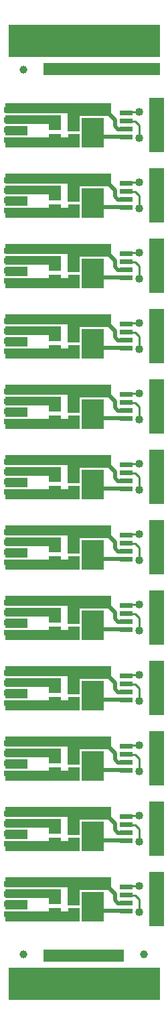
<source format=gbr>
G04 start of page 2 for group 0 idx 0 *
G04 Title: (unknown), top *
G04 Creator: pcb 4.0.2 *
G04 CreationDate: Mon Jan 22 00:33:22 2024 UTC *
G04 For: railfan *
G04 Format: Gerber/RS-274X *
G04 PCB-Dimensions (mil): 3000.00 5500.00 *
G04 PCB-Coordinate-Origin: lower left *
%MOIN*%
%FSLAX25Y25*%
%LNTOP*%
%ADD18C,0.0310*%
%ADD17C,0.0140*%
%ADD16C,0.0400*%
%ADD15C,0.0300*%
%ADD14C,0.0394*%
%ADD13C,0.0200*%
%ADD12C,0.0100*%
%ADD11C,0.0001*%
G54D11*G36*
X61000Y76500D02*X98000D01*
Y71500D01*
X61000D01*
Y76500D01*
G37*
G36*
X99000Y86000D02*X110000D01*
Y71500D01*
X99000D01*
Y86000D01*
G37*
G36*
X140000Y96000D02*Y69000D01*
X132500D01*
Y96000D01*
X140000D01*
G37*
G36*
X80000Y57500D02*X120000D01*
Y51500D01*
X80000D01*
Y57500D01*
G37*
G36*
X62500Y48500D02*X138000D01*
Y32500D01*
X62500D01*
Y48500D01*
G37*
G36*
X61000Y93500D02*X98000D01*
Y88500D01*
X61000D01*
Y93500D01*
G37*
G36*
Y87500D02*X88500D01*
Y83000D01*
X61000D01*
Y87500D01*
G37*
G36*
Y82000D02*X72000D01*
Y77500D01*
X61000D01*
Y82000D01*
G37*
G36*
X93000Y93000D02*X109500D01*
Y88000D01*
X93000D01*
Y93000D01*
G37*
G36*
X91500Y93500D02*X108000D01*
Y88500D01*
X91500D01*
Y93500D01*
G37*
G36*
X92000D02*X98000D01*
Y79500D01*
X92000D01*
Y93500D01*
G37*
G36*
X96500D02*X113500D01*
Y87000D01*
X96500D01*
Y93500D01*
G37*
G36*
X61000Y111500D02*X98000D01*
Y106500D01*
X61000D01*
Y111500D01*
G37*
G36*
Y128500D02*X98000D01*
Y123500D01*
X61000D01*
Y128500D01*
G37*
G36*
X92000D02*X98000D01*
Y114500D01*
X92000D01*
Y128500D01*
G37*
G36*
X61000Y122500D02*X88500D01*
Y118000D01*
X61000D01*
Y122500D01*
G37*
G36*
Y117000D02*X72000D01*
Y112500D01*
X61000D01*
Y117000D01*
G37*
G36*
X99000Y121000D02*X110000D01*
Y106500D01*
X99000D01*
Y121000D01*
G37*
G36*
X140000Y131000D02*Y104000D01*
X132500D01*
Y131000D01*
X140000D01*
G37*
G36*
X96500Y163500D02*X113500D01*
Y157000D01*
X96500D01*
Y163500D01*
G37*
G36*
X99000Y156000D02*X110000D01*
Y141500D01*
X99000D01*
Y156000D01*
G37*
G36*
X140000Y166000D02*Y139000D01*
X132500D01*
Y166000D01*
X140000D01*
G37*
G36*
X62500Y501500D02*Y517500D01*
X138000D01*
Y501500D01*
X62500D01*
G37*
G36*
X80000Y492500D02*Y498500D01*
X138000D01*
Y492500D01*
X80000D01*
G37*
G36*
X93000Y478000D02*X109500D01*
Y473000D01*
X93000D01*
Y478000D01*
G37*
G36*
X96500Y478500D02*X113500D01*
Y472000D01*
X96500D01*
Y478500D01*
G37*
G36*
X140000Y481000D02*Y454000D01*
X132500D01*
Y481000D01*
X140000D01*
G37*
G36*
X61000Y478500D02*X98000D01*
Y473500D01*
X61000D01*
Y478500D01*
G37*
G36*
X91500D02*X108000D01*
Y473500D01*
X91500D01*
Y478500D01*
G37*
G36*
X92000D02*X98000D01*
Y464500D01*
X92000D01*
Y478500D01*
G37*
G36*
X61000Y472500D02*X88500D01*
Y468000D01*
X61000D01*
Y472500D01*
G37*
G36*
Y467000D02*X72000D01*
Y462500D01*
X61000D01*
Y467000D01*
G37*
G36*
Y461500D02*X98000D01*
Y456500D01*
X61000D01*
Y461500D01*
G37*
G36*
X99000Y471000D02*X110000D01*
Y456500D01*
X99000D01*
Y471000D01*
G37*
G36*
X93000Y128000D02*X109500D01*
Y123000D01*
X93000D01*
Y128000D01*
G37*
G36*
X91500Y128500D02*X108000D01*
Y123500D01*
X91500D01*
Y128500D01*
G37*
G36*
X96500D02*X113500D01*
Y122000D01*
X96500D01*
Y128500D01*
G37*
G36*
X93000Y163000D02*X109500D01*
Y158000D01*
X93000D01*
Y163000D01*
G37*
G36*
X61000Y163500D02*X98000D01*
Y158500D01*
X61000D01*
Y163500D01*
G37*
G36*
X91500D02*X108000D01*
Y158500D01*
X91500D01*
Y163500D01*
G37*
G36*
X92000D02*X98000D01*
Y149500D01*
X92000D01*
Y163500D01*
G37*
G36*
X61000Y157500D02*X88500D01*
Y153000D01*
X61000D01*
Y157500D01*
G37*
G36*
Y152000D02*X72000D01*
Y147500D01*
X61000D01*
Y152000D01*
G37*
G36*
Y146500D02*X98000D01*
Y141500D01*
X61000D01*
Y146500D01*
G37*
G36*
Y198500D02*X98000D01*
Y193500D01*
X61000D01*
Y198500D01*
G37*
G36*
X91500D02*X108000D01*
Y193500D01*
X91500D01*
Y198500D01*
G37*
G36*
X61000Y192500D02*X88500D01*
Y188000D01*
X61000D01*
Y192500D01*
G37*
G36*
Y187000D02*X72000D01*
Y182500D01*
X61000D01*
Y187000D01*
G37*
G36*
Y181500D02*X98000D01*
Y176500D01*
X61000D01*
Y181500D01*
G37*
G36*
X93000Y198000D02*X109500D01*
Y193000D01*
X93000D01*
Y198000D01*
G37*
G36*
X96500Y198500D02*X113500D01*
Y192000D01*
X96500D01*
Y198500D01*
G37*
G36*
X99000Y191000D02*X110000D01*
Y176500D01*
X99000D01*
Y191000D01*
G37*
G36*
X61000Y233500D02*X98000D01*
Y228500D01*
X61000D01*
Y233500D01*
G37*
G36*
Y227500D02*X88500D01*
Y223000D01*
X61000D01*
Y227500D01*
G37*
G36*
Y222000D02*X72000D01*
Y217500D01*
X61000D01*
Y222000D01*
G37*
G36*
Y216500D02*X98000D01*
Y211500D01*
X61000D01*
Y216500D01*
G37*
G36*
X91500Y233500D02*X108000D01*
Y228500D01*
X91500D01*
Y233500D01*
G37*
G36*
X61000Y251500D02*X98000D01*
Y246500D01*
X61000D01*
Y251500D01*
G37*
G36*
X92000Y198500D02*X98000D01*
Y184500D01*
X92000D01*
Y198500D01*
G37*
G36*
X140000Y201000D02*Y174000D01*
X132500D01*
Y201000D01*
X140000D01*
G37*
G36*
X93000Y233000D02*X109500D01*
Y228000D01*
X93000D01*
Y233000D01*
G37*
G36*
X92000Y233500D02*X98000D01*
Y219500D01*
X92000D01*
Y233500D01*
G37*
G36*
X96500D02*X113500D01*
Y227000D01*
X96500D01*
Y233500D01*
G37*
G36*
X99000Y226000D02*X110000D01*
Y211500D01*
X99000D01*
Y226000D01*
G37*
G36*
X140000Y236000D02*Y209000D01*
X132500D01*
Y236000D01*
X140000D01*
G37*
G36*
X93000Y268000D02*X109500D01*
Y263000D01*
X93000D01*
Y268000D01*
G37*
G36*
X91500Y268500D02*X108000D01*
Y263500D01*
X91500D01*
Y268500D01*
G37*
G36*
X92000D02*X98000D01*
Y254500D01*
X92000D01*
Y268500D01*
G37*
G36*
X96500D02*X113500D01*
Y262000D01*
X96500D01*
Y268500D01*
G37*
G36*
X61000D02*X98000D01*
Y263500D01*
X61000D01*
Y268500D01*
G37*
G36*
Y262500D02*X88500D01*
Y258000D01*
X61000D01*
Y262500D01*
G37*
G36*
Y257000D02*X72000D01*
Y252500D01*
X61000D01*
Y257000D01*
G37*
G36*
X99000Y261000D02*X110000D01*
Y246500D01*
X99000D01*
Y261000D01*
G37*
G36*
X61000Y292000D02*X72000D01*
Y287500D01*
X61000D01*
Y292000D01*
G37*
G36*
Y286500D02*X98000D01*
Y281500D01*
X61000D01*
Y286500D01*
G37*
G36*
Y303500D02*X98000D01*
Y298500D01*
X61000D01*
Y303500D01*
G37*
G36*
X91500D02*X108000D01*
Y298500D01*
X91500D01*
Y303500D01*
G37*
G36*
X92000D02*X98000D01*
Y289500D01*
X92000D01*
Y303500D01*
G37*
G36*
X61000Y297500D02*X88500D01*
Y293000D01*
X61000D01*
Y297500D01*
G37*
G36*
X96500Y303500D02*X113500D01*
Y297000D01*
X96500D01*
Y303500D01*
G37*
G36*
X61000Y321500D02*X98000D01*
Y316500D01*
X61000D01*
Y321500D01*
G37*
G36*
Y338500D02*X98000D01*
Y333500D01*
X61000D01*
Y338500D01*
G37*
G36*
X91500D02*X108000D01*
Y333500D01*
X91500D01*
Y338500D01*
G37*
G36*
X92000D02*X98000D01*
Y324500D01*
X92000D01*
Y338500D01*
G37*
G36*
X61000Y332500D02*X88500D01*
Y328000D01*
X61000D01*
Y332500D01*
G37*
G36*
Y327000D02*X72000D01*
Y322500D01*
X61000D01*
Y327000D01*
G37*
G36*
X96500Y338500D02*X113500D01*
Y332000D01*
X96500D01*
Y338500D01*
G37*
G36*
X61000Y362000D02*X72000D01*
Y357500D01*
X61000D01*
Y362000D01*
G37*
G36*
Y356500D02*X98000D01*
Y351500D01*
X61000D01*
Y356500D01*
G37*
G36*
Y373500D02*X98000D01*
Y368500D01*
X61000D01*
Y373500D01*
G37*
G36*
X91500D02*X108000D01*
Y368500D01*
X91500D01*
Y373500D01*
G37*
G36*
X92000D02*X98000D01*
Y359500D01*
X92000D01*
Y373500D01*
G37*
G36*
X61000Y367500D02*X88500D01*
Y363000D01*
X61000D01*
Y367500D01*
G37*
G36*
X96500Y373500D02*X113500D01*
Y367000D01*
X96500D01*
Y373500D01*
G37*
G36*
X61000Y391500D02*X98000D01*
Y386500D01*
X61000D01*
Y391500D01*
G37*
G36*
X140000Y271000D02*Y244000D01*
X132500D01*
Y271000D01*
X140000D01*
G37*
G36*
Y306000D02*Y279000D01*
X132500D01*
Y306000D01*
X140000D01*
G37*
G36*
Y341000D02*Y314000D01*
X132500D01*
Y341000D01*
X140000D01*
G37*
G36*
Y376000D02*Y349000D01*
X132500D01*
Y376000D01*
X140000D01*
G37*
G36*
X93000Y303000D02*X109500D01*
Y298000D01*
X93000D01*
Y303000D01*
G37*
G36*
Y338000D02*X109500D01*
Y333000D01*
X93000D01*
Y338000D01*
G37*
G36*
X99000Y331000D02*X110000D01*
Y316500D01*
X99000D01*
Y331000D01*
G37*
G36*
Y296000D02*X110000D01*
Y281500D01*
X99000D01*
Y296000D01*
G37*
G36*
X93000Y373000D02*X109500D01*
Y368000D01*
X93000D01*
Y373000D01*
G37*
G36*
X99000Y366000D02*X110000D01*
Y351500D01*
X99000D01*
Y366000D01*
G37*
G36*
X93000Y408000D02*X109500D01*
Y403000D01*
X93000D01*
Y408000D01*
G37*
G36*
X99000Y401000D02*X110000D01*
Y386500D01*
X99000D01*
Y401000D01*
G37*
G36*
X140000Y411000D02*Y384000D01*
X132500D01*
Y411000D01*
X140000D01*
G37*
G36*
Y446000D02*Y419000D01*
X132500D01*
Y446000D01*
X140000D01*
G37*
G36*
X93000Y443000D02*X109500D01*
Y438000D01*
X93000D01*
Y443000D01*
G37*
G36*
X99000Y436000D02*X110000D01*
Y421500D01*
X99000D01*
Y436000D01*
G37*
G36*
X61000Y408500D02*X98000D01*
Y403500D01*
X61000D01*
Y408500D01*
G37*
G36*
X91500D02*X108000D01*
Y403500D01*
X91500D01*
Y408500D01*
G37*
G36*
X92000D02*X98000D01*
Y394500D01*
X92000D01*
Y408500D01*
G37*
G36*
X61000Y402500D02*X88500D01*
Y398000D01*
X61000D01*
Y402500D01*
G37*
G36*
Y397000D02*X72000D01*
Y392500D01*
X61000D01*
Y397000D01*
G37*
G36*
X96500Y408500D02*X113500D01*
Y402000D01*
X96500D01*
Y408500D01*
G37*
G36*
X61000Y443500D02*X98000D01*
Y438500D01*
X61000D01*
Y443500D01*
G37*
G36*
X91500D02*X108000D01*
Y438500D01*
X91500D01*
Y443500D01*
G37*
G36*
X92000D02*X98000D01*
Y429500D01*
X92000D01*
Y443500D01*
G37*
G36*
X61000Y437500D02*X88500D01*
Y433000D01*
X61000D01*
Y437500D01*
G37*
G36*
Y432000D02*X72000D01*
Y427500D01*
X61000D01*
Y432000D01*
G37*
G36*
Y426500D02*X98000D01*
Y421500D01*
X61000D01*
Y426500D01*
G37*
G36*
X96500Y443500D02*X113500D01*
Y437000D01*
X96500D01*
Y443500D01*
G37*
G54D12*X127500Y194000D02*X121000D01*
X127500Y187500D02*X125531Y189469D01*
X121000D01*
G54D13*X115500Y190000D02*X111500Y194000D01*
G54D12*X127500Y181000D02*Y187500D01*
Y216000D02*Y222500D01*
G54D13*X121000Y185531D02*X116969D01*
X115500Y187000D01*
Y190000D01*
X121000Y181594D02*X106500D01*
G54D12*X127500Y229000D02*X121000D01*
X127500Y222500D02*X125531Y224469D01*
X121000D01*
G54D13*Y220531D02*X116969D01*
X115500Y222000D01*
Y225000D01*
X111500Y229000D01*
X121000Y216594D02*X106500D01*
X121000Y251594D02*X106500D01*
G54D12*X127500Y264000D02*X121000D01*
G54D13*Y255531D02*X116969D01*
X115500Y257000D01*
Y260000D01*
G54D12*X127500Y257500D02*X125531Y259469D01*
X121000D01*
G54D13*X115500Y260000D02*X111500Y264000D01*
G54D12*X127500Y251000D02*Y257500D01*
Y124000D02*X121000D01*
G54D13*Y115531D02*X116969D01*
G54D12*X127500Y111000D02*Y117500D01*
X125531Y119469D01*
X121000D01*
G54D13*Y111594D02*X106500D01*
X116969Y115531D02*X115500Y117000D01*
Y120000D01*
X111500Y124000D01*
G54D12*X127500Y89000D02*X121000D01*
X127500Y76000D02*Y82500D01*
X125531Y84469D01*
X121000D01*
G54D13*Y80531D02*X116969D01*
X115500Y82000D01*
Y85000D01*
X111500Y89000D01*
X121000Y76594D02*X106500D01*
X121000Y150531D02*X116969D01*
X115500Y152000D01*
Y155000D01*
X111500Y159000D01*
G54D12*X127500D02*X121000D01*
X127500Y146000D02*Y152500D01*
X125531Y154469D01*
X121000D01*
G54D13*Y146594D02*X106500D01*
X121000Y290531D02*X116969D01*
X115500Y292000D01*
Y295000D01*
X111500Y299000D01*
G54D12*X127500D02*X121000D01*
X127500Y286000D02*Y292500D01*
X125531Y294469D01*
X121000D01*
G54D13*Y286594D02*X106500D01*
G54D12*X127500Y334000D02*X121000D01*
X127500Y327500D02*X125531Y329469D01*
X121000D01*
G54D13*X115500Y330000D02*X111500Y334000D01*
G54D12*X127500Y321000D02*Y327500D01*
Y356000D02*Y362500D01*
G54D13*X121000Y325531D02*X116969D01*
X115500Y327000D01*
Y330000D01*
X121000Y321594D02*X106500D01*
G54D12*X127500Y369000D02*X121000D01*
X127500Y362500D02*X125531Y364469D01*
X121000D01*
G54D13*Y360531D02*X116969D01*
X115500Y362000D01*
Y365000D01*
X111500Y369000D01*
X121000Y356594D02*X106500D01*
X121000Y391594D02*X106500D01*
G54D12*X127500Y404000D02*X121000D01*
G54D13*Y395531D02*X116969D01*
X115500Y397000D01*
Y400000D01*
G54D12*X127500Y397500D02*X125531Y399469D01*
X121000D01*
G54D13*X115500Y400000D02*X111500Y404000D01*
G54D12*X127500Y391000D02*Y397500D01*
G54D13*X121000Y430531D02*X116969D01*
X115500Y432000D01*
Y435000D01*
X111500Y439000D01*
G54D12*X127500D02*X121000D01*
X127500Y426000D02*Y432500D01*
X125531Y434469D01*
X121000D01*
G54D13*Y426594D02*X106500D01*
G54D12*X127500Y474000D02*X121000D01*
X127500Y467500D02*X125531Y469469D01*
X121000D01*
G54D13*X115500Y470000D02*X111500Y474000D01*
G54D12*X127500Y461000D02*Y467500D01*
G54D13*X121000Y465531D02*X116969D01*
X115500Y467000D01*
Y470000D01*
X121000Y461594D02*X106500D01*
G54D14*X70000Y495000D03*
G54D11*G36*
X82548Y463016D02*Y457898D01*
X88452D01*
Y463016D01*
X82548D01*
G37*
G36*
Y470102D02*Y464984D01*
X88452D01*
Y470102D01*
X82548D01*
G37*
G36*
X92048Y463016D02*Y457898D01*
X97952D01*
Y463016D01*
X92048D01*
G37*
G36*
Y470102D02*Y464984D01*
X97952D01*
Y470102D01*
X92048D01*
G37*
G36*
X104048Y477602D02*Y472484D01*
X109952D01*
Y477602D01*
X104048D01*
G37*
G36*
Y470516D02*Y465398D01*
X109952D01*
Y470516D01*
X104048D01*
G37*
G36*
X117949Y462775D02*Y460413D01*
X124051D01*
Y462775D01*
X117949D01*
G37*
G36*
Y466712D02*Y464350D01*
X124051D01*
Y466712D01*
X117949D01*
G37*
G36*
Y470650D02*Y468288D01*
X124051D01*
Y470650D01*
X117949D01*
G37*
G36*
Y474587D02*Y472225D01*
X124051D01*
Y474587D01*
X117949D01*
G37*
G36*
X132713Y458838D02*Y454114D01*
X139799D01*
Y458838D01*
X132713D01*
G37*
G36*
Y480886D02*Y476162D01*
X139799D01*
Y480886D01*
X132713D01*
G37*
G36*
X92048Y78016D02*Y72898D01*
X97952D01*
Y78016D01*
X92048D01*
G37*
G36*
Y85102D02*Y79984D01*
X97952D01*
Y85102D01*
X92048D01*
G37*
G36*
X104048Y92602D02*Y87484D01*
X109952D01*
Y92602D01*
X104048D01*
G37*
G36*
Y85516D02*Y80398D01*
X109952D01*
Y85516D01*
X104048D01*
G37*
G36*
X117949Y77775D02*Y75413D01*
X124051D01*
Y77775D01*
X117949D01*
G37*
G36*
Y81712D02*Y79350D01*
X124051D01*
Y81712D01*
X117949D01*
G37*
G36*
Y85650D02*Y83288D01*
X124051D01*
Y85650D01*
X117949D01*
G37*
G36*
Y89587D02*Y87225D01*
X124051D01*
Y89587D01*
X117949D01*
G37*
G36*
X132713Y73838D02*Y69114D01*
X139799D01*
Y73838D01*
X132713D01*
G37*
G36*
Y95886D02*Y91162D01*
X139799D01*
Y95886D01*
X132713D01*
G37*
G54D14*X130000Y55000D03*
G54D11*G36*
X60202Y86418D02*Y83582D01*
X64754D01*
Y86418D01*
X60202D01*
G37*
G36*
Y91418D02*Y88582D01*
X64754D01*
Y91418D01*
X60202D01*
G37*
G36*
Y76418D02*Y73582D01*
X64754D01*
Y76418D01*
X60202D01*
G37*
G36*
Y81418D02*Y78582D01*
X64754D01*
Y81418D01*
X60202D01*
G37*
G36*
X82548Y78016D02*Y72898D01*
X88452D01*
Y78016D01*
X82548D01*
G37*
G36*
Y85102D02*Y79984D01*
X88452D01*
Y85102D01*
X82548D01*
G37*
G54D14*X70000Y55000D03*
G54D11*G36*
X60202Y111418D02*Y108582D01*
X64754D01*
Y111418D01*
X60202D01*
G37*
G36*
Y116418D02*Y113582D01*
X64754D01*
Y116418D01*
X60202D01*
G37*
G36*
Y121418D02*Y118582D01*
X64754D01*
Y121418D01*
X60202D01*
G37*
G36*
Y126418D02*Y123582D01*
X64754D01*
Y126418D01*
X60202D01*
G37*
G36*
X82548Y113016D02*Y107898D01*
X88452D01*
Y113016D01*
X82548D01*
G37*
G36*
Y120102D02*Y114984D01*
X88452D01*
Y120102D01*
X82548D01*
G37*
G36*
X92048Y113016D02*Y107898D01*
X97952D01*
Y113016D01*
X92048D01*
G37*
G36*
Y120102D02*Y114984D01*
X97952D01*
Y120102D01*
X92048D01*
G37*
G36*
X104048Y127602D02*Y122484D01*
X109952D01*
Y127602D01*
X104048D01*
G37*
G36*
Y120516D02*Y115398D01*
X109952D01*
Y120516D01*
X104048D01*
G37*
G36*
X117949Y112775D02*Y110413D01*
X124051D01*
Y112775D01*
X117949D01*
G37*
G36*
Y116712D02*Y114350D01*
X124051D01*
Y116712D01*
X117949D01*
G37*
G36*
Y120650D02*Y118288D01*
X124051D01*
Y120650D01*
X117949D01*
G37*
G36*
Y124587D02*Y122225D01*
X124051D01*
Y124587D01*
X117949D01*
G37*
G36*
X132713Y108838D02*Y104114D01*
X139799D01*
Y108838D01*
X132713D01*
G37*
G36*
Y130886D02*Y126162D01*
X139799D01*
Y130886D01*
X132713D01*
G37*
G36*
X117949Y147775D02*Y145413D01*
X124051D01*
Y147775D01*
X117949D01*
G37*
G36*
X132713Y143838D02*Y139114D01*
X139799D01*
Y143838D01*
X132713D01*
G37*
G36*
X117949Y151712D02*Y149350D01*
X124051D01*
Y151712D01*
X117949D01*
G37*
G36*
Y155650D02*Y153288D01*
X124051D01*
Y155650D01*
X117949D01*
G37*
G36*
Y159587D02*Y157225D01*
X124051D01*
Y159587D01*
X117949D01*
G37*
G36*
X132713Y165886D02*Y161162D01*
X139799D01*
Y165886D01*
X132713D01*
G37*
G36*
X117949Y182775D02*Y180413D01*
X124051D01*
Y182775D01*
X117949D01*
G37*
G36*
X132713Y178838D02*Y174114D01*
X139799D01*
Y178838D01*
X132713D01*
G37*
G36*
X60202Y146418D02*Y143582D01*
X64754D01*
Y146418D01*
X60202D01*
G37*
G36*
Y151418D02*Y148582D01*
X64754D01*
Y151418D01*
X60202D01*
G37*
G36*
Y156418D02*Y153582D01*
X64754D01*
Y156418D01*
X60202D01*
G37*
G36*
Y161418D02*Y158582D01*
X64754D01*
Y161418D01*
X60202D01*
G37*
G36*
X82548Y148016D02*Y142898D01*
X88452D01*
Y148016D01*
X82548D01*
G37*
G36*
Y155102D02*Y149984D01*
X88452D01*
Y155102D01*
X82548D01*
G37*
G36*
X92048Y148016D02*Y142898D01*
X97952D01*
Y148016D01*
X92048D01*
G37*
G36*
Y155102D02*Y149984D01*
X97952D01*
Y155102D01*
X92048D01*
G37*
G36*
X104048Y162602D02*Y157484D01*
X109952D01*
Y162602D01*
X104048D01*
G37*
G36*
Y155516D02*Y150398D01*
X109952D01*
Y155516D01*
X104048D01*
G37*
G36*
X60202Y181418D02*Y178582D01*
X64754D01*
Y181418D01*
X60202D01*
G37*
G36*
X82548Y183016D02*Y177898D01*
X88452D01*
Y183016D01*
X82548D01*
G37*
G36*
X92048D02*Y177898D01*
X97952D01*
Y183016D01*
X92048D01*
G37*
G36*
X60202Y186418D02*Y183582D01*
X64754D01*
Y186418D01*
X60202D01*
G37*
G36*
X82548Y190102D02*Y184984D01*
X88452D01*
Y190102D01*
X82548D01*
G37*
G36*
X92048D02*Y184984D01*
X97952D01*
Y190102D01*
X92048D01*
G37*
G36*
X104048Y190516D02*Y185398D01*
X109952D01*
Y190516D01*
X104048D01*
G37*
G36*
X60202Y191418D02*Y188582D01*
X64754D01*
Y191418D01*
X60202D01*
G37*
G36*
Y196418D02*Y193582D01*
X64754D01*
Y196418D01*
X60202D01*
G37*
G36*
X104048Y197602D02*Y192484D01*
X109952D01*
Y197602D01*
X104048D01*
G37*
G36*
X117949Y186712D02*Y184350D01*
X124051D01*
Y186712D01*
X117949D01*
G37*
G36*
Y217775D02*Y215413D01*
X124051D01*
Y217775D01*
X117949D01*
G37*
G36*
Y190650D02*Y188288D01*
X124051D01*
Y190650D01*
X117949D01*
G37*
G36*
Y194587D02*Y192225D01*
X124051D01*
Y194587D01*
X117949D01*
G37*
G36*
X132713Y200886D02*Y196162D01*
X139799D01*
Y200886D01*
X132713D01*
G37*
G36*
Y213838D02*Y209114D01*
X139799D01*
Y213838D01*
X132713D01*
G37*
G36*
Y235886D02*Y231162D01*
X139799D01*
Y235886D01*
X132713D01*
G37*
G36*
X117949Y221712D02*Y219350D01*
X124051D01*
Y221712D01*
X117949D01*
G37*
G36*
Y225650D02*Y223288D01*
X124051D01*
Y225650D01*
X117949D01*
G37*
G36*
Y229587D02*Y227225D01*
X124051D01*
Y229587D01*
X117949D01*
G37*
G36*
Y252775D02*Y250413D01*
X124051D01*
Y252775D01*
X117949D01*
G37*
G36*
Y256712D02*Y254350D01*
X124051D01*
Y256712D01*
X117949D01*
G37*
G36*
Y260650D02*Y258288D01*
X124051D01*
Y260650D01*
X117949D01*
G37*
G36*
Y264587D02*Y262225D01*
X124051D01*
Y264587D01*
X117949D01*
G37*
G36*
X132713Y248838D02*Y244114D01*
X139799D01*
Y248838D01*
X132713D01*
G37*
G36*
Y270886D02*Y266162D01*
X139799D01*
Y270886D01*
X132713D01*
G37*
G36*
Y283838D02*Y279114D01*
X139799D01*
Y283838D01*
X132713D01*
G37*
G36*
X60202Y216418D02*Y213582D01*
X64754D01*
Y216418D01*
X60202D01*
G37*
G36*
X82548Y218016D02*Y212898D01*
X88452D01*
Y218016D01*
X82548D01*
G37*
G36*
X92048D02*Y212898D01*
X97952D01*
Y218016D01*
X92048D01*
G37*
G36*
X60202Y221418D02*Y218582D01*
X64754D01*
Y221418D01*
X60202D01*
G37*
G36*
X82548Y225102D02*Y219984D01*
X88452D01*
Y225102D01*
X82548D01*
G37*
G36*
X92048D02*Y219984D01*
X97952D01*
Y225102D01*
X92048D01*
G37*
G36*
X104048Y225516D02*Y220398D01*
X109952D01*
Y225516D01*
X104048D01*
G37*
G36*
Y232602D02*Y227484D01*
X109952D01*
Y232602D01*
X104048D01*
G37*
G36*
X82548Y253016D02*Y247898D01*
X88452D01*
Y253016D01*
X82548D01*
G37*
G36*
X92048D02*Y247898D01*
X97952D01*
Y253016D01*
X92048D01*
G37*
G36*
Y260102D02*Y254984D01*
X97952D01*
Y260102D01*
X92048D01*
G37*
G36*
X104048Y267602D02*Y262484D01*
X109952D01*
Y267602D01*
X104048D01*
G37*
G36*
Y260516D02*Y255398D01*
X109952D01*
Y260516D01*
X104048D01*
G37*
G36*
X60202Y226418D02*Y223582D01*
X64754D01*
Y226418D01*
X60202D01*
G37*
G36*
Y231418D02*Y228582D01*
X64754D01*
Y231418D01*
X60202D01*
G37*
G36*
Y261418D02*Y258582D01*
X64754D01*
Y261418D01*
X60202D01*
G37*
G36*
X82548Y260102D02*Y254984D01*
X88452D01*
Y260102D01*
X82548D01*
G37*
G36*
X60202Y266418D02*Y263582D01*
X64754D01*
Y266418D01*
X60202D01*
G37*
G36*
Y251418D02*Y248582D01*
X64754D01*
Y251418D01*
X60202D01*
G37*
G36*
Y256418D02*Y253582D01*
X64754D01*
Y256418D01*
X60202D01*
G37*
G36*
Y286418D02*Y283582D01*
X64754D01*
Y286418D01*
X60202D01*
G37*
G36*
Y291418D02*Y288582D01*
X64754D01*
Y291418D01*
X60202D01*
G37*
G36*
Y296418D02*Y293582D01*
X64754D01*
Y296418D01*
X60202D01*
G37*
G36*
Y301418D02*Y298582D01*
X64754D01*
Y301418D01*
X60202D01*
G37*
G36*
Y321418D02*Y318582D01*
X64754D01*
Y321418D01*
X60202D01*
G37*
G36*
Y326418D02*Y323582D01*
X64754D01*
Y326418D01*
X60202D01*
G37*
G36*
Y331418D02*Y328582D01*
X64754D01*
Y331418D01*
X60202D01*
G37*
G36*
Y336418D02*Y333582D01*
X64754D01*
Y336418D01*
X60202D01*
G37*
G36*
Y426418D02*Y423582D01*
X64754D01*
Y426418D01*
X60202D01*
G37*
G36*
Y431418D02*Y428582D01*
X64754D01*
Y431418D01*
X60202D01*
G37*
G36*
Y436418D02*Y433582D01*
X64754D01*
Y436418D01*
X60202D01*
G37*
G36*
Y441418D02*Y438582D01*
X64754D01*
Y441418D01*
X60202D01*
G37*
G36*
Y461418D02*Y458582D01*
X64754D01*
Y461418D01*
X60202D01*
G37*
G36*
Y466418D02*Y463582D01*
X64754D01*
Y466418D01*
X60202D01*
G37*
G36*
Y471418D02*Y468582D01*
X64754D01*
Y471418D01*
X60202D01*
G37*
G36*
Y476418D02*Y473582D01*
X64754D01*
Y476418D01*
X60202D01*
G37*
G36*
X82548Y288016D02*Y282898D01*
X88452D01*
Y288016D01*
X82548D01*
G37*
G36*
Y295102D02*Y289984D01*
X88452D01*
Y295102D01*
X82548D01*
G37*
G36*
X92048Y288016D02*Y282898D01*
X97952D01*
Y288016D01*
X92048D01*
G37*
G36*
Y295102D02*Y289984D01*
X97952D01*
Y295102D01*
X92048D01*
G37*
G36*
X104048Y302602D02*Y297484D01*
X109952D01*
Y302602D01*
X104048D01*
G37*
G36*
Y295516D02*Y290398D01*
X109952D01*
Y295516D01*
X104048D01*
G37*
G36*
X117949Y287775D02*Y285413D01*
X124051D01*
Y287775D01*
X117949D01*
G37*
G36*
Y291712D02*Y289350D01*
X124051D01*
Y291712D01*
X117949D01*
G37*
G36*
Y295650D02*Y293288D01*
X124051D01*
Y295650D01*
X117949D01*
G37*
G36*
Y299587D02*Y297225D01*
X124051D01*
Y299587D01*
X117949D01*
G37*
G36*
X132713Y305886D02*Y301162D01*
X139799D01*
Y305886D01*
X132713D01*
G37*
G36*
Y318838D02*Y314114D01*
X139799D01*
Y318838D01*
X132713D01*
G37*
G36*
Y340886D02*Y336162D01*
X139799D01*
Y340886D01*
X132713D01*
G37*
G36*
Y353838D02*Y349114D01*
X139799D01*
Y353838D01*
X132713D01*
G37*
G36*
X82548Y323016D02*Y317898D01*
X88452D01*
Y323016D01*
X82548D01*
G37*
G36*
X92048D02*Y317898D01*
X97952D01*
Y323016D01*
X92048D01*
G37*
G36*
X117949Y322775D02*Y320413D01*
X124051D01*
Y322775D01*
X117949D01*
G37*
G36*
Y326712D02*Y324350D01*
X124051D01*
Y326712D01*
X117949D01*
G37*
G36*
Y330650D02*Y328288D01*
X124051D01*
Y330650D01*
X117949D01*
G37*
G36*
Y334587D02*Y332225D01*
X124051D01*
Y334587D01*
X117949D01*
G37*
G36*
X82548Y330102D02*Y324984D01*
X88452D01*
Y330102D01*
X82548D01*
G37*
G36*
X92048D02*Y324984D01*
X97952D01*
Y330102D01*
X92048D01*
G37*
G36*
X104048Y337602D02*Y332484D01*
X109952D01*
Y337602D01*
X104048D01*
G37*
G36*
Y330516D02*Y325398D01*
X109952D01*
Y330516D01*
X104048D01*
G37*
G36*
X60202Y356418D02*Y353582D01*
X64754D01*
Y356418D01*
X60202D01*
G37*
G36*
Y361418D02*Y358582D01*
X64754D01*
Y361418D01*
X60202D01*
G37*
G36*
Y366418D02*Y363582D01*
X64754D01*
Y366418D01*
X60202D01*
G37*
G36*
Y371418D02*Y368582D01*
X64754D01*
Y371418D01*
X60202D01*
G37*
G36*
Y391418D02*Y388582D01*
X64754D01*
Y391418D01*
X60202D01*
G37*
G36*
Y396418D02*Y393582D01*
X64754D01*
Y396418D01*
X60202D01*
G37*
G36*
Y401418D02*Y398582D01*
X64754D01*
Y401418D01*
X60202D01*
G37*
G36*
Y406418D02*Y403582D01*
X64754D01*
Y406418D01*
X60202D01*
G37*
G36*
X82548Y358016D02*Y352898D01*
X88452D01*
Y358016D01*
X82548D01*
G37*
G36*
Y365102D02*Y359984D01*
X88452D01*
Y365102D01*
X82548D01*
G37*
G36*
X92048Y358016D02*Y352898D01*
X97952D01*
Y358016D01*
X92048D01*
G37*
G36*
Y365102D02*Y359984D01*
X97952D01*
Y365102D01*
X92048D01*
G37*
G36*
X104048Y365516D02*Y360398D01*
X109952D01*
Y365516D01*
X104048D01*
G37*
G36*
Y372602D02*Y367484D01*
X109952D01*
Y372602D01*
X104048D01*
G37*
G36*
X132713Y375886D02*Y371162D01*
X139799D01*
Y375886D01*
X132713D01*
G37*
G36*
X117949Y357775D02*Y355413D01*
X124051D01*
Y357775D01*
X117949D01*
G37*
G36*
Y361712D02*Y359350D01*
X124051D01*
Y361712D01*
X117949D01*
G37*
G36*
Y365650D02*Y363288D01*
X124051D01*
Y365650D01*
X117949D01*
G37*
G36*
Y369587D02*Y367225D01*
X124051D01*
Y369587D01*
X117949D01*
G37*
G36*
Y392775D02*Y390413D01*
X124051D01*
Y392775D01*
X117949D01*
G37*
G36*
Y396712D02*Y394350D01*
X124051D01*
Y396712D01*
X117949D01*
G37*
G36*
Y400650D02*Y398288D01*
X124051D01*
Y400650D01*
X117949D01*
G37*
G36*
X132713Y388838D02*Y384114D01*
X139799D01*
Y388838D01*
X132713D01*
G37*
G36*
X117949Y404587D02*Y402225D01*
X124051D01*
Y404587D01*
X117949D01*
G37*
G36*
X132713Y410886D02*Y406162D01*
X139799D01*
Y410886D01*
X132713D01*
G37*
G36*
X117949Y427775D02*Y425413D01*
X124051D01*
Y427775D01*
X117949D01*
G37*
G36*
X132713Y423838D02*Y419114D01*
X139799D01*
Y423838D01*
X132713D01*
G37*
G36*
X117949Y431712D02*Y429350D01*
X124051D01*
Y431712D01*
X117949D01*
G37*
G36*
Y435650D02*Y433288D01*
X124051D01*
Y435650D01*
X117949D01*
G37*
G36*
Y439587D02*Y437225D01*
X124051D01*
Y439587D01*
X117949D01*
G37*
G36*
X132713Y445886D02*Y441162D01*
X139799D01*
Y445886D01*
X132713D01*
G37*
G36*
X82548Y393016D02*Y387898D01*
X88452D01*
Y393016D01*
X82548D01*
G37*
G36*
Y400102D02*Y394984D01*
X88452D01*
Y400102D01*
X82548D01*
G37*
G36*
X92048Y393016D02*Y387898D01*
X97952D01*
Y393016D01*
X92048D01*
G37*
G36*
Y400102D02*Y394984D01*
X97952D01*
Y400102D01*
X92048D01*
G37*
G36*
X104048Y407602D02*Y402484D01*
X109952D01*
Y407602D01*
X104048D01*
G37*
G36*
Y400516D02*Y395398D01*
X109952D01*
Y400516D01*
X104048D01*
G37*
G36*
X82548Y428016D02*Y422898D01*
X88452D01*
Y428016D01*
X82548D01*
G37*
G36*
Y435102D02*Y429984D01*
X88452D01*
Y435102D01*
X82548D01*
G37*
G36*
X92048Y428016D02*Y422898D01*
X97952D01*
Y428016D01*
X92048D01*
G37*
G36*
Y435102D02*Y429984D01*
X97952D01*
Y435102D01*
X92048D01*
G37*
G36*
X104048Y442602D02*Y437484D01*
X109952D01*
Y442602D01*
X104048D01*
G37*
G36*
Y435516D02*Y430398D01*
X109952D01*
Y435516D01*
X104048D01*
G37*
G54D15*X79900Y155300D03*
Y225300D03*
Y260300D03*
X69800Y149700D03*
Y219700D03*
Y254700D03*
X76200Y155300D03*
Y225300D03*
Y260300D03*
Y295300D03*
Y330300D03*
Y365300D03*
X79900Y190300D03*
X69800Y184700D03*
X76200Y190300D03*
X101500Y223500D03*
Y219500D03*
Y258500D03*
Y254500D03*
Y83500D03*
Y79500D03*
X79900Y85300D03*
X69800Y79700D03*
X76200Y85300D03*
X79900Y120300D03*
X69800Y114700D03*
X76200Y120300D03*
G54D16*X127500Y89000D03*
Y76000D03*
Y124000D03*
Y111000D03*
G54D15*X101500Y118500D03*
Y114500D03*
Y153500D03*
Y149500D03*
Y188500D03*
Y184500D03*
G54D16*X127500Y159000D03*
Y146000D03*
Y194000D03*
Y181000D03*
Y229000D03*
Y216000D03*
Y264000D03*
Y251000D03*
Y369000D03*
Y356000D03*
Y404000D03*
Y391000D03*
Y439000D03*
Y426000D03*
Y474000D03*
Y461000D03*
Y299000D03*
Y286000D03*
Y334000D03*
Y321000D03*
G54D15*X101500Y293500D03*
Y289500D03*
Y328500D03*
Y324500D03*
Y363500D03*
Y359500D03*
X79900Y295300D03*
Y330300D03*
Y365300D03*
Y400300D03*
X76200D03*
X79900Y435300D03*
X76200D03*
X79900Y470300D03*
X76200D03*
X69800Y289700D03*
Y324700D03*
Y359700D03*
Y394700D03*
Y429700D03*
Y464700D03*
X101500Y398500D03*
Y394500D03*
Y429500D03*
Y433500D03*
Y468500D03*
Y464500D03*
G54D17*G54D18*G54D17*G54D18*G54D17*G54D18*G54D17*G54D18*G54D13*G54D18*G54D17*G54D18*G54D17*G54D13*G54D18*G54D13*G54D18*G54D13*G54D17*G54D18*G54D17*G54D18*G54D17*G54D18*G54D17*G54D18*G54D17*G54D18*G54D17*G54D18*G54D17*G54D18*G54D17*M02*

</source>
